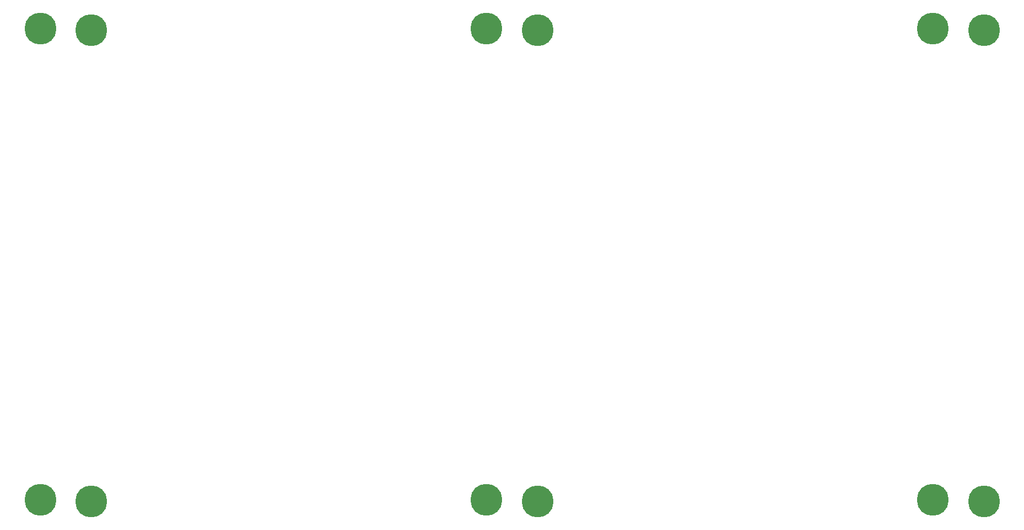
<source format=gtp>
G04 Layer_Color=8421504*
%FSLAX25Y25*%
%MOIN*%
G70*
G01*
G75*
%ADD10C,0.19685*%
D10*
X340551Y557299D02*
D03*
X372047Y556299D02*
D03*
X616142Y557299D02*
D03*
X647638Y556299D02*
D03*
X891732Y557299D02*
D03*
X923228Y556299D02*
D03*
X340551Y848638D02*
D03*
X372047Y847638D02*
D03*
X616142Y848638D02*
D03*
X647638Y847638D02*
D03*
X891732Y848638D02*
D03*
X923228Y847638D02*
D03*
M02*

</source>
